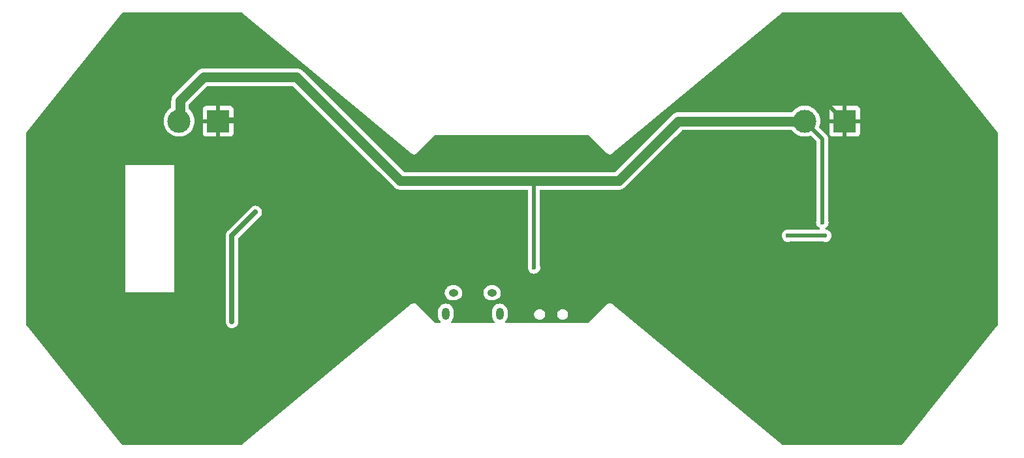
<source format=gbl>
G04 #@! TF.GenerationSoftware,KiCad,Pcbnew,7.0.2-0*
G04 #@! TF.CreationDate,2023-07-29T18:05:03-04:00*
G04 #@! TF.ProjectId,glowtie,676c6f77-7469-4652-9e6b-696361645f70,rev?*
G04 #@! TF.SameCoordinates,Original*
G04 #@! TF.FileFunction,Copper,L2,Bot*
G04 #@! TF.FilePolarity,Positive*
%FSLAX46Y46*%
G04 Gerber Fmt 4.6, Leading zero omitted, Abs format (unit mm)*
G04 Created by KiCad (PCBNEW 7.0.2-0) date 2023-07-29 18:05:03*
%MOMM*%
%LPD*%
G01*
G04 APERTURE LIST*
G04 #@! TA.AperFunction,SMDPad,CuDef*
%ADD10C,3.000000*%
G04 #@! TD*
G04 #@! TA.AperFunction,SMDPad,CuDef*
%ADD11R,3.000000X3.000000*%
G04 #@! TD*
G04 #@! TA.AperFunction,ComponentPad*
%ADD12O,1.000000X1.550000*%
G04 #@! TD*
G04 #@! TA.AperFunction,ComponentPad*
%ADD13O,1.250000X0.950000*%
G04 #@! TD*
G04 #@! TA.AperFunction,ViaPad*
%ADD14C,0.600000*%
G04 #@! TD*
G04 #@! TA.AperFunction,Conductor*
%ADD15C,0.508000*%
G04 #@! TD*
G04 #@! TA.AperFunction,Conductor*
%ADD16C,1.270000*%
G04 #@! TD*
G04 #@! TA.AperFunction,Conductor*
%ADD17C,0.635000*%
G04 #@! TD*
G04 APERTURE END LIST*
D10*
X114173000Y-27305000D03*
X33020000Y-27305000D03*
D11*
X119380000Y-27305000D03*
X38100000Y-27305000D03*
D12*
X67620000Y-52277000D03*
D13*
X68620000Y-49577000D03*
X73620000Y-49577000D03*
D12*
X74620000Y-52277000D03*
D14*
X55250000Y-37250000D03*
X56500000Y-38750000D03*
X21500000Y-45000000D03*
X26750000Y-15500000D03*
X30750000Y-14750000D03*
X47250000Y-19500000D03*
X50000000Y-26250000D03*
X97750000Y-30250000D03*
X98750000Y-29500000D03*
X101000000Y-25500000D03*
X100250000Y-24500000D03*
X116750000Y-14750000D03*
X120750000Y-14750000D03*
X120000000Y-24000000D03*
X122750000Y-26500000D03*
X137000000Y-32000000D03*
X137000000Y-27750000D03*
X138250000Y-45750000D03*
X137000000Y-49750000D03*
X125750000Y-67250000D03*
X121750000Y-67500000D03*
X104250000Y-60750000D03*
X101250000Y-58500000D03*
X60000000Y-46500000D03*
X58500000Y-48250000D03*
X55250000Y-55500000D03*
X52250000Y-57750000D03*
X35500000Y-67750000D03*
X31750000Y-67750000D03*
X15500000Y-54500000D03*
X15000000Y-50750000D03*
X15000000Y-37000000D03*
X15000000Y-33000000D03*
X50250000Y-30250000D03*
X50500000Y-34000000D03*
X50500000Y-32750000D03*
X111500000Y-45000000D03*
X110000000Y-47000000D03*
X118250000Y-48750000D03*
X118250000Y-45250000D03*
X112500000Y-43750000D03*
X75750000Y-39000000D03*
X71750000Y-51250000D03*
X71750000Y-48000000D03*
X51816000Y-32639000D03*
X115951000Y-44132500D03*
X113030000Y-20574000D03*
X71501000Y-38989000D03*
X21590000Y-42545000D03*
X44450000Y-27051000D03*
X112014000Y-40576500D03*
X58600000Y-37900000D03*
X79057500Y-46291500D03*
X116459000Y-40449500D03*
X39878000Y-53340000D03*
X42926000Y-39116000D03*
X116840000Y-42164000D03*
X112014000Y-42164000D03*
D15*
X112882500Y-44132500D02*
X115951000Y-44132500D01*
X112500000Y-43750000D02*
X112882500Y-44132500D01*
X112117500Y-44132500D02*
X112500000Y-43750000D01*
X51816000Y-32639000D02*
X46228000Y-27051000D01*
X46228000Y-27051000D02*
X44450000Y-27051000D01*
X38481000Y-27051000D02*
X38100000Y-26670000D01*
X113030000Y-20955000D02*
X119380000Y-27305000D01*
X119348250Y-27336750D02*
X119380000Y-27305000D01*
X112014000Y-40576500D02*
X110998000Y-40576500D01*
X110998000Y-40576500D02*
X110363000Y-41211500D01*
X110363000Y-41211500D02*
X110363000Y-42926000D01*
X110363000Y-42926000D02*
X111569500Y-44132500D01*
X111569500Y-44132500D02*
X112117500Y-44132500D01*
X44450000Y-27051000D02*
X38481000Y-27051000D01*
X58600000Y-37900000D02*
X64443000Y-37900000D01*
X113030000Y-20574000D02*
X113030000Y-20955000D01*
X65532000Y-38989000D02*
X71501000Y-38989000D01*
X64443000Y-37900000D02*
X65532000Y-38989000D01*
D16*
X36195000Y-21590000D02*
X48260002Y-21590000D01*
X59690001Y-33019999D02*
X48260002Y-21590000D01*
X92075000Y-33020000D02*
X96520000Y-28575000D01*
X59690001Y-33019999D02*
X59690002Y-33020000D01*
X59690001Y-33020001D02*
X61722000Y-35052000D01*
X61722000Y-35052000D02*
X79057500Y-35052000D01*
X90043000Y-35052000D02*
X92075000Y-33020000D01*
X97790000Y-27305000D02*
X114300000Y-27305000D01*
X33147000Y-24638000D02*
X33147000Y-27178000D01*
X33147000Y-27178000D02*
X33020000Y-27305000D01*
D15*
X116459000Y-29591000D02*
X114173000Y-27305000D01*
X79057500Y-46291500D02*
X79057500Y-35052000D01*
X79057500Y-35052000D02*
X79057500Y-35242500D01*
X79057500Y-35242500D02*
X79057500Y-35052000D01*
D16*
X79057500Y-35052000D02*
X86360000Y-35052000D01*
X59690001Y-33019999D02*
X59690001Y-33020001D01*
X86360000Y-35052000D02*
X90043000Y-35052000D01*
X36195000Y-21590000D02*
X33147000Y-24638000D01*
D15*
X114173000Y-27305000D02*
X114173000Y-27432000D01*
X116459000Y-40449500D02*
X116459000Y-29591000D01*
D16*
X96520000Y-28575000D02*
X97790000Y-27305000D01*
D17*
X39878000Y-53340000D02*
X39878000Y-42164000D01*
X39878000Y-42164000D02*
X42926000Y-39116000D01*
D15*
X112014000Y-42164000D02*
X116840000Y-42164000D01*
G04 #@! TA.AperFunction,Conductor*
G36*
X41117294Y-13220502D02*
G01*
X41129563Y-13229477D01*
X63158110Y-31481702D01*
X63166815Y-31489630D01*
X63196975Y-31519790D01*
X63246567Y-31546869D01*
X63251936Y-31549974D01*
X63300151Y-31579478D01*
X63300152Y-31579478D01*
X63301600Y-31580364D01*
X63321630Y-31588403D01*
X63323290Y-31588764D01*
X63323294Y-31588766D01*
X63378534Y-31600782D01*
X63384568Y-31602252D01*
X63440747Y-31617409D01*
X63462237Y-31619479D01*
X63463923Y-31619358D01*
X63463927Y-31619359D01*
X63520315Y-31615325D01*
X63526505Y-31615036D01*
X63541835Y-31614698D01*
X63584693Y-31613753D01*
X63605884Y-31609687D01*
X63607481Y-31609091D01*
X63607483Y-31609091D01*
X63660479Y-31589323D01*
X63666251Y-31587331D01*
X63720156Y-31570203D01*
X63720159Y-31570200D01*
X63721785Y-31569684D01*
X63740967Y-31559817D01*
X63742332Y-31558795D01*
X63787588Y-31524915D01*
X63792614Y-31521342D01*
X63839483Y-31489739D01*
X63866710Y-31456877D01*
X63874618Y-31448194D01*
X66210408Y-29112405D01*
X66272721Y-29078379D01*
X66299504Y-29075500D01*
X86100496Y-29075500D01*
X86168617Y-29095502D01*
X86189591Y-29112405D01*
X88525372Y-31448186D01*
X88533299Y-31456890D01*
X88560517Y-31489739D01*
X88607354Y-31521322D01*
X88607362Y-31521327D01*
X88612428Y-31524928D01*
X88659031Y-31559815D01*
X88678221Y-31569688D01*
X88679843Y-31570203D01*
X88679844Y-31570204D01*
X88733750Y-31587333D01*
X88739554Y-31589336D01*
X88792517Y-31609091D01*
X88792521Y-31609091D01*
X88794116Y-31609686D01*
X88815315Y-31613753D01*
X88853451Y-31614593D01*
X88873502Y-31615036D01*
X88879701Y-31615325D01*
X88936073Y-31619358D01*
X88936075Y-31619357D01*
X88937774Y-31619479D01*
X88959246Y-31617410D01*
X88960891Y-31616965D01*
X88960895Y-31616966D01*
X89015502Y-31602232D01*
X89021461Y-31600781D01*
X89076706Y-31588765D01*
X89076709Y-31588763D01*
X89078370Y-31588402D01*
X89098399Y-31580365D01*
X89099849Y-31579478D01*
X89148084Y-31549962D01*
X89153399Y-31546886D01*
X89203023Y-31519791D01*
X89233197Y-31489615D01*
X89241888Y-31481702D01*
X107390275Y-16444467D01*
X111270437Y-13229477D01*
X111335653Y-13201417D01*
X111350827Y-13200500D01*
X126698888Y-13200500D01*
X126767009Y-13220502D01*
X126797277Y-13247788D01*
X139066898Y-28584814D01*
X139171889Y-28716052D01*
X139198825Y-28781741D01*
X139199500Y-28794764D01*
X139199500Y-53755234D01*
X139179498Y-53823355D01*
X139171889Y-53833946D01*
X126797277Y-69302212D01*
X126739104Y-69342910D01*
X126698888Y-69349500D01*
X111350827Y-69349500D01*
X111282706Y-69329498D01*
X111270437Y-69320523D01*
X89241888Y-51068296D01*
X89233183Y-51060368D01*
X89203025Y-51030210D01*
X89153438Y-51003133D01*
X89148062Y-51000023D01*
X89115005Y-50979796D01*
X89099849Y-50970522D01*
X89099847Y-50970521D01*
X89098402Y-50969637D01*
X89078370Y-50961597D01*
X89074026Y-50960652D01*
X89021498Y-50949225D01*
X89015475Y-50947758D01*
X88959256Y-50932591D01*
X88937762Y-50930521D01*
X88879709Y-50934672D01*
X88873504Y-50934962D01*
X88815320Y-50936246D01*
X88794108Y-50940315D01*
X88739581Y-50960652D01*
X88733712Y-50962677D01*
X88678232Y-50980308D01*
X88659029Y-50990186D01*
X88612426Y-51025072D01*
X88607366Y-51028669D01*
X88560515Y-51060262D01*
X88533300Y-51093107D01*
X88525374Y-51101810D01*
X86189591Y-53437595D01*
X86127279Y-53471620D01*
X86100496Y-53474500D01*
X75433969Y-53474500D01*
X75365848Y-53454498D01*
X75319355Y-53400842D01*
X75309251Y-53330568D01*
X75336570Y-53268566D01*
X75462595Y-53115004D01*
X75462595Y-53115003D01*
X75556241Y-52939804D01*
X75613908Y-52749701D01*
X75628500Y-52601547D01*
X75628500Y-52485056D01*
X79079500Y-52485056D01*
X79120210Y-52650225D01*
X79199266Y-52800852D01*
X79312071Y-52928183D01*
X79452070Y-53024818D01*
X79611128Y-53085140D01*
X79737628Y-53100500D01*
X79741437Y-53100500D01*
X79818563Y-53100500D01*
X79822372Y-53100500D01*
X79948872Y-53085140D01*
X80107930Y-53024818D01*
X80247929Y-52928183D01*
X80360734Y-52800852D01*
X80439790Y-52650225D01*
X80480500Y-52485056D01*
X82079500Y-52485056D01*
X82120210Y-52650225D01*
X82199266Y-52800852D01*
X82312071Y-52928183D01*
X82452070Y-53024818D01*
X82611128Y-53085140D01*
X82737628Y-53100500D01*
X82741437Y-53100500D01*
X82818563Y-53100500D01*
X82822372Y-53100500D01*
X82948872Y-53085140D01*
X83107930Y-53024818D01*
X83247929Y-52928183D01*
X83360734Y-52800852D01*
X83439790Y-52650225D01*
X83480500Y-52485056D01*
X83480500Y-52314944D01*
X83439790Y-52149775D01*
X83360734Y-51999148D01*
X83247929Y-51871817D01*
X83107930Y-51775182D01*
X83107929Y-51775181D01*
X82948871Y-51714859D01*
X82826155Y-51699959D01*
X82826149Y-51699958D01*
X82822372Y-51699500D01*
X82737628Y-51699500D01*
X82733851Y-51699958D01*
X82733844Y-51699959D01*
X82611128Y-51714859D01*
X82452070Y-51775181D01*
X82312072Y-51871816D01*
X82312071Y-51871817D01*
X82199266Y-51999148D01*
X82120210Y-52149775D01*
X82079500Y-52314944D01*
X82079500Y-52485056D01*
X80480500Y-52485056D01*
X80480500Y-52314944D01*
X80439790Y-52149775D01*
X80360734Y-51999148D01*
X80247929Y-51871817D01*
X80107930Y-51775182D01*
X80107929Y-51775181D01*
X79948871Y-51714859D01*
X79826155Y-51699959D01*
X79826149Y-51699958D01*
X79822372Y-51699500D01*
X79737628Y-51699500D01*
X79733851Y-51699958D01*
X79733844Y-51699959D01*
X79611128Y-51714859D01*
X79452070Y-51775181D01*
X79312072Y-51871816D01*
X79312071Y-51871817D01*
X79199266Y-51999148D01*
X79120210Y-52149775D01*
X79079500Y-52314944D01*
X79079500Y-52485056D01*
X75628500Y-52485056D01*
X75628500Y-51952453D01*
X75613908Y-51804299D01*
X75605075Y-51775182D01*
X75556241Y-51614197D01*
X75556241Y-51614196D01*
X75462595Y-51438996D01*
X75462593Y-51438992D01*
X75336568Y-51285431D01*
X75183007Y-51159406D01*
X75007802Y-51065758D01*
X74817701Y-51008091D01*
X74620000Y-50988619D01*
X74422298Y-51008091D01*
X74232197Y-51065758D01*
X74056992Y-51159406D01*
X73903431Y-51285431D01*
X73777406Y-51438992D01*
X73683758Y-51614197D01*
X73626091Y-51804298D01*
X73611803Y-51949372D01*
X73611500Y-51952453D01*
X73611500Y-52601547D01*
X73611802Y-52604619D01*
X73611803Y-52604627D01*
X73626091Y-52749701D01*
X73683758Y-52939802D01*
X73777404Y-53115004D01*
X73903430Y-53268566D01*
X73931184Y-53333914D01*
X73919202Y-53403892D01*
X73871290Y-53456284D01*
X73806031Y-53474500D01*
X68433969Y-53474500D01*
X68365848Y-53454498D01*
X68319355Y-53400842D01*
X68309251Y-53330568D01*
X68336570Y-53268566D01*
X68462595Y-53115004D01*
X68462595Y-53115003D01*
X68556241Y-52939804D01*
X68613908Y-52749701D01*
X68628500Y-52601547D01*
X68628500Y-51952453D01*
X68613908Y-51804299D01*
X68605075Y-51775182D01*
X68556241Y-51614197D01*
X68556241Y-51614196D01*
X68462595Y-51438996D01*
X68462593Y-51438992D01*
X68336568Y-51285431D01*
X68183007Y-51159406D01*
X68007802Y-51065758D01*
X67817701Y-51008091D01*
X67620000Y-50988619D01*
X67422298Y-51008091D01*
X67232197Y-51065758D01*
X67056992Y-51159406D01*
X66903431Y-51285431D01*
X66777406Y-51438992D01*
X66683758Y-51614197D01*
X66626091Y-51804298D01*
X66611803Y-51949372D01*
X66611500Y-51952453D01*
X66611500Y-52601547D01*
X66611802Y-52604619D01*
X66611803Y-52604627D01*
X66626091Y-52749701D01*
X66683758Y-52939802D01*
X66777404Y-53115004D01*
X66903430Y-53268566D01*
X66931184Y-53333914D01*
X66919202Y-53403892D01*
X66871290Y-53456284D01*
X66806031Y-53474500D01*
X66299504Y-53474500D01*
X66231383Y-53454498D01*
X66210409Y-53437595D01*
X63874627Y-51101813D01*
X63866699Y-51093107D01*
X63839485Y-51060262D01*
X63792639Y-51028673D01*
X63787576Y-51025074D01*
X63786843Y-51024525D01*
X63742331Y-50991204D01*
X63742328Y-50991203D01*
X63740970Y-50990186D01*
X63721776Y-50980312D01*
X63720156Y-50979797D01*
X63666297Y-50962682D01*
X63660427Y-50960656D01*
X63607483Y-50940909D01*
X63607482Y-50940908D01*
X63605895Y-50940317D01*
X63584686Y-50936247D01*
X63526505Y-50934962D01*
X63520301Y-50934672D01*
X63462248Y-50930520D01*
X63440736Y-50932593D01*
X63384548Y-50947752D01*
X63378513Y-50949221D01*
X63321638Y-50961593D01*
X63301594Y-50969638D01*
X63251943Y-51000020D01*
X63246574Y-51003126D01*
X63209501Y-51023369D01*
X63196975Y-51030210D01*
X63166808Y-51060376D01*
X63158106Y-51068300D01*
X41129563Y-69320523D01*
X41064347Y-69348583D01*
X41049173Y-69349500D01*
X25701112Y-69349500D01*
X25632991Y-69329498D01*
X25602723Y-69302212D01*
X13228111Y-53833947D01*
X13201175Y-53768258D01*
X13200500Y-53755235D01*
X13200500Y-33020000D01*
X26035000Y-33020000D01*
X26035000Y-49530000D01*
X32385000Y-49530000D01*
X32385000Y-42231960D01*
X39049855Y-42231960D01*
X39052000Y-42254512D01*
X39051999Y-53381374D01*
X39052000Y-53381392D01*
X39052000Y-53384789D01*
X39052368Y-53388174D01*
X39052369Y-53388189D01*
X39066553Y-53518612D01*
X39123920Y-53688872D01*
X39216550Y-53842824D01*
X39340102Y-53973255D01*
X39340105Y-53973257D01*
X39340106Y-53973258D01*
X39488813Y-54074085D01*
X39488814Y-54074085D01*
X39488815Y-54074086D01*
X39530945Y-54090872D01*
X39655718Y-54140586D01*
X39803950Y-54164886D01*
X39833017Y-54169652D01*
X39833017Y-54169651D01*
X39833018Y-54169652D01*
X40012420Y-54159926D01*
X40185537Y-54111860D01*
X40344274Y-54027703D01*
X40481209Y-53911390D01*
X40589938Y-53768359D01*
X40665378Y-53605298D01*
X40704000Y-53429833D01*
X40704000Y-49627069D01*
X67482697Y-49627069D01*
X67512985Y-49824786D01*
X67582457Y-50012364D01*
X67688258Y-50182108D01*
X67826072Y-50327088D01*
X67990242Y-50441354D01*
X67990243Y-50441354D01*
X67990244Y-50441355D01*
X68174058Y-50520235D01*
X68369988Y-50560500D01*
X68369989Y-50560500D01*
X68816677Y-50560500D01*
X68819877Y-50560500D01*
X68968998Y-50545336D01*
X69159849Y-50485456D01*
X69334740Y-50388384D01*
X69486510Y-50258093D01*
X69608946Y-50099919D01*
X69697036Y-49920336D01*
X69747172Y-49726697D01*
X69752225Y-49627069D01*
X72482697Y-49627069D01*
X72512985Y-49824786D01*
X72582457Y-50012364D01*
X72688258Y-50182108D01*
X72826072Y-50327088D01*
X72990242Y-50441354D01*
X72990243Y-50441354D01*
X72990244Y-50441355D01*
X73174058Y-50520235D01*
X73369988Y-50560500D01*
X73369989Y-50560500D01*
X73816677Y-50560500D01*
X73819877Y-50560500D01*
X73968998Y-50545336D01*
X74159849Y-50485456D01*
X74334740Y-50388384D01*
X74486510Y-50258093D01*
X74608946Y-50099919D01*
X74697036Y-49920336D01*
X74747172Y-49726697D01*
X74757303Y-49526930D01*
X74727014Y-49329212D01*
X74657544Y-49141639D01*
X74657542Y-49141635D01*
X74551741Y-48971891D01*
X74413927Y-48826911D01*
X74249757Y-48712645D01*
X74065941Y-48633764D01*
X73910276Y-48601774D01*
X73870012Y-48593500D01*
X73420123Y-48593500D01*
X73416947Y-48593822D01*
X73416926Y-48593824D01*
X73271007Y-48608663D01*
X73271004Y-48608663D01*
X73271002Y-48608664D01*
X73180263Y-48637133D01*
X73080149Y-48668544D01*
X72905257Y-48765617D01*
X72753493Y-48895904D01*
X72753490Y-48895907D01*
X72694675Y-48971889D01*
X72631051Y-49054084D01*
X72542964Y-49233662D01*
X72492827Y-49427305D01*
X72482697Y-49627069D01*
X69752225Y-49627069D01*
X69757303Y-49526930D01*
X69727014Y-49329212D01*
X69657544Y-49141639D01*
X69657542Y-49141635D01*
X69551741Y-48971891D01*
X69413927Y-48826911D01*
X69249757Y-48712645D01*
X69065941Y-48633764D01*
X68910276Y-48601774D01*
X68870012Y-48593500D01*
X68420123Y-48593500D01*
X68416947Y-48593822D01*
X68416926Y-48593824D01*
X68271007Y-48608663D01*
X68271004Y-48608663D01*
X68271002Y-48608664D01*
X68180263Y-48637133D01*
X68080149Y-48668544D01*
X67905257Y-48765617D01*
X67753493Y-48895904D01*
X67753490Y-48895907D01*
X67694675Y-48971889D01*
X67631051Y-49054084D01*
X67542964Y-49233662D01*
X67492827Y-49427305D01*
X67482697Y-49627069D01*
X40704000Y-49627069D01*
X40704000Y-42558330D01*
X40724002Y-42490210D01*
X40740905Y-42469236D01*
X42124534Y-41085607D01*
X43541741Y-39668400D01*
X43626077Y-39563480D01*
X43705905Y-39402522D01*
X43749265Y-39228168D01*
X43754130Y-39048567D01*
X43720273Y-38872120D01*
X43649277Y-38707077D01*
X43544460Y-38561154D01*
X43410726Y-38441175D01*
X43254326Y-38352751D01*
X43254325Y-38352750D01*
X43254324Y-38352750D01*
X43082572Y-38300014D01*
X42903504Y-38285432D01*
X42725479Y-38309687D01*
X42556829Y-38371648D01*
X42405450Y-38468407D01*
X39321304Y-41552553D01*
X39313782Y-41559488D01*
X39274791Y-41592608D01*
X39228221Y-41653869D01*
X39226122Y-41656554D01*
X39177597Y-41716922D01*
X39166280Y-41735169D01*
X39133758Y-41805463D01*
X39132285Y-41808536D01*
X39097864Y-41877941D01*
X39090732Y-41898200D01*
X39074084Y-41973829D01*
X39073306Y-41977147D01*
X39054611Y-42052326D01*
X39052000Y-42073642D01*
X39052000Y-42151085D01*
X39051954Y-42154497D01*
X39049855Y-42231960D01*
X32385000Y-42231960D01*
X32385000Y-33020000D01*
X26035000Y-33020000D01*
X13200500Y-33020000D01*
X13200500Y-28794763D01*
X13220502Y-28726642D01*
X13228111Y-28716051D01*
X13338034Y-28578648D01*
X14356952Y-27305000D01*
X31006807Y-27305000D01*
X31025558Y-27579130D01*
X31026431Y-27583331D01*
X31026432Y-27583338D01*
X31064379Y-27765945D01*
X31081462Y-27848153D01*
X31082899Y-27852196D01*
X31082902Y-27852207D01*
X31172037Y-28103008D01*
X31172040Y-28103015D01*
X31173477Y-28107058D01*
X31175451Y-28110869D01*
X31175453Y-28110872D01*
X31297906Y-28347197D01*
X31297909Y-28347202D01*
X31299889Y-28351023D01*
X31458343Y-28575502D01*
X31645889Y-28776314D01*
X31859031Y-28949718D01*
X32093800Y-29092484D01*
X32345823Y-29201953D01*
X32610404Y-29276085D01*
X32882615Y-29313500D01*
X32886920Y-29313500D01*
X33153080Y-29313500D01*
X33157385Y-29313500D01*
X33429596Y-29276085D01*
X33694177Y-29201953D01*
X33946200Y-29092484D01*
X34180969Y-28949718D01*
X34394111Y-28776314D01*
X34581657Y-28575502D01*
X34740111Y-28351023D01*
X34866523Y-28107058D01*
X34958538Y-27848153D01*
X35014442Y-27579130D01*
X35015819Y-27559000D01*
X36092000Y-27559000D01*
X36092000Y-28850222D01*
X36092359Y-28856936D01*
X36098505Y-28914093D01*
X36149554Y-29050962D01*
X36237095Y-29167904D01*
X36354037Y-29255445D01*
X36490906Y-29306494D01*
X36548063Y-29312640D01*
X36554777Y-29313000D01*
X37846000Y-29313000D01*
X37846000Y-27559000D01*
X38354000Y-27559000D01*
X38354000Y-29313000D01*
X39645223Y-29313000D01*
X39651936Y-29312640D01*
X39709093Y-29306494D01*
X39845962Y-29255445D01*
X39962904Y-29167904D01*
X40050445Y-29050962D01*
X40101494Y-28914093D01*
X40107640Y-28856936D01*
X40108000Y-28850222D01*
X40108000Y-27559000D01*
X38354000Y-27559000D01*
X37846000Y-27559000D01*
X36092000Y-27559000D01*
X35015819Y-27559000D01*
X35033193Y-27305000D01*
X35015819Y-27051000D01*
X36092000Y-27051000D01*
X37846000Y-27051000D01*
X37846000Y-25297000D01*
X38354000Y-25297000D01*
X38354000Y-27051000D01*
X40108000Y-27051000D01*
X40108000Y-25759777D01*
X40107640Y-25753063D01*
X40101494Y-25695906D01*
X40050445Y-25559037D01*
X39962904Y-25442095D01*
X39845962Y-25354554D01*
X39709093Y-25303505D01*
X39651936Y-25297359D01*
X39645223Y-25297000D01*
X38354000Y-25297000D01*
X37846000Y-25297000D01*
X36554777Y-25297000D01*
X36548063Y-25297359D01*
X36490906Y-25303505D01*
X36354037Y-25354554D01*
X36237095Y-25442095D01*
X36149554Y-25559037D01*
X36098505Y-25695906D01*
X36092359Y-25753063D01*
X36092000Y-25759777D01*
X36092000Y-27051000D01*
X35015819Y-27051000D01*
X35014442Y-27030870D01*
X34958538Y-26761847D01*
X34866523Y-26502942D01*
X34740111Y-26258977D01*
X34581657Y-26034498D01*
X34394111Y-25833686D01*
X34373233Y-25816701D01*
X34336982Y-25787207D01*
X34296764Y-25728700D01*
X34290500Y-25689468D01*
X34290500Y-25163843D01*
X34310502Y-25095722D01*
X34327405Y-25074748D01*
X36631748Y-22770405D01*
X36694060Y-22736379D01*
X36720843Y-22733500D01*
X47734159Y-22733500D01*
X47802280Y-22753502D01*
X47823254Y-22770405D01*
X58819107Y-33766258D01*
X58830556Y-33779414D01*
X58841324Y-33793672D01*
X58897966Y-33845308D01*
X58902175Y-33849328D01*
X60892671Y-35839824D01*
X60896691Y-35844033D01*
X60948329Y-35900677D01*
X61007178Y-35945118D01*
X61009477Y-35946854D01*
X61014039Y-35950468D01*
X61072996Y-35999425D01*
X61072997Y-35999426D01*
X61072999Y-35999427D01*
X61088576Y-36008103D01*
X61088585Y-36008108D01*
X61103201Y-36017631D01*
X61117446Y-36028389D01*
X61186060Y-36062554D01*
X61191197Y-36065263D01*
X61258138Y-36102549D01*
X61275054Y-36108218D01*
X61291178Y-36114896D01*
X61307150Y-36122850D01*
X61380854Y-36143819D01*
X61386383Y-36145532D01*
X61459073Y-36169896D01*
X61476748Y-36172361D01*
X61493821Y-36175962D01*
X61510982Y-36180845D01*
X61587277Y-36187914D01*
X61593044Y-36188583D01*
X61668963Y-36199174D01*
X61745535Y-36195633D01*
X61751353Y-36195500D01*
X78169000Y-36195500D01*
X78237121Y-36215502D01*
X78283614Y-36269158D01*
X78295000Y-36321500D01*
X78295000Y-46001260D01*
X78287929Y-46042875D01*
X78264283Y-46110450D01*
X78243884Y-46291500D01*
X78264283Y-46472549D01*
X78324456Y-46644514D01*
X78421389Y-46798782D01*
X78550217Y-46927610D01*
X78550219Y-46927611D01*
X78704485Y-47024543D01*
X78876453Y-47084717D01*
X79057500Y-47105116D01*
X79238547Y-47084717D01*
X79410515Y-47024543D01*
X79564781Y-46927611D01*
X79693611Y-46798781D01*
X79790543Y-46644515D01*
X79850717Y-46472547D01*
X79871116Y-46291500D01*
X79850717Y-46110453D01*
X79827071Y-46042875D01*
X79820000Y-46001260D01*
X79820000Y-36321500D01*
X79840002Y-36253379D01*
X79893658Y-36206886D01*
X79946000Y-36195500D01*
X86307132Y-36195500D01*
X90013669Y-36195500D01*
X90019486Y-36195633D01*
X90096037Y-36199173D01*
X90171932Y-36188586D01*
X90177707Y-36187917D01*
X90254018Y-36180845D01*
X90271173Y-36175964D01*
X90288251Y-36172361D01*
X90297134Y-36171122D01*
X90305928Y-36169896D01*
X90378610Y-36145534D01*
X90384132Y-36143823D01*
X90457850Y-36122850D01*
X90473820Y-36114896D01*
X90489943Y-36108218D01*
X90506862Y-36102549D01*
X90573872Y-36065222D01*
X90578910Y-36062567D01*
X90647554Y-36028389D01*
X90661800Y-36017630D01*
X90676407Y-36008112D01*
X90692002Y-35999426D01*
X90750992Y-35950440D01*
X90755467Y-35946895D01*
X90816671Y-35900677D01*
X90868329Y-35844009D01*
X90872285Y-35839866D01*
X92920960Y-33791193D01*
X92920960Y-33791192D01*
X97365960Y-29346193D01*
X97365960Y-29346192D01*
X97383670Y-29328483D01*
X97383676Y-29328475D01*
X98226748Y-28485404D01*
X98289061Y-28451379D01*
X98315844Y-28448500D01*
X112456407Y-28448500D01*
X112524528Y-28468502D01*
X112559345Y-28501838D01*
X112574098Y-28522738D01*
X112611343Y-28575502D01*
X112798889Y-28776314D01*
X113012031Y-28949718D01*
X113246800Y-29092484D01*
X113498823Y-29201953D01*
X113763404Y-29276085D01*
X114035615Y-29313500D01*
X114039920Y-29313500D01*
X114306080Y-29313500D01*
X114310385Y-29313500D01*
X114582596Y-29276085D01*
X114847177Y-29201953D01*
X114869217Y-29192379D01*
X114939663Y-29183583D01*
X115003684Y-29214271D01*
X115008512Y-29218851D01*
X115659594Y-29869933D01*
X115693620Y-29932245D01*
X115696499Y-29959028D01*
X115696499Y-40159260D01*
X115689429Y-40200873D01*
X115665783Y-40268451D01*
X115645384Y-40449500D01*
X115665783Y-40630549D01*
X115725956Y-40802514D01*
X115822889Y-40956782D01*
X115951717Y-41085610D01*
X116084134Y-41168813D01*
X116131172Y-41221991D01*
X116141992Y-41292159D01*
X116113159Y-41357037D01*
X116053828Y-41396028D01*
X116017098Y-41401500D01*
X112304238Y-41401500D01*
X112262624Y-41394429D01*
X112195047Y-41370783D01*
X112014000Y-41350384D01*
X112013999Y-41350384D01*
X111832950Y-41370783D01*
X111660985Y-41430956D01*
X111506717Y-41527889D01*
X111377889Y-41656717D01*
X111280956Y-41810985D01*
X111220783Y-41982950D01*
X111200384Y-42164000D01*
X111220783Y-42345049D01*
X111280956Y-42517014D01*
X111377889Y-42671282D01*
X111506717Y-42800110D01*
X111660985Y-42897043D01*
X111745168Y-42926500D01*
X111832953Y-42957217D01*
X112014000Y-42977616D01*
X112195047Y-42957217D01*
X112262624Y-42933570D01*
X112304238Y-42926500D01*
X116549762Y-42926500D01*
X116591375Y-42933570D01*
X116658953Y-42957217D01*
X116840000Y-42977616D01*
X117021047Y-42957217D01*
X117193015Y-42897043D01*
X117347281Y-42800111D01*
X117476111Y-42671281D01*
X117573043Y-42517015D01*
X117633217Y-42345047D01*
X117653616Y-42164000D01*
X117633217Y-41982953D01*
X117573043Y-41810985D01*
X117476111Y-41656719D01*
X117476110Y-41656717D01*
X117347282Y-41527889D01*
X117193014Y-41430956D01*
X117021049Y-41370783D01*
X116997029Y-41368076D01*
X116947589Y-41362506D01*
X116882138Y-41335003D01*
X116841945Y-41276480D01*
X116839772Y-41205516D01*
X116876311Y-41144644D01*
X116894652Y-41130618D01*
X116966281Y-41085611D01*
X117095111Y-40956781D01*
X117192043Y-40802515D01*
X117252217Y-40630547D01*
X117272616Y-40449500D01*
X117252217Y-40268453D01*
X117228571Y-40200875D01*
X117221500Y-40159260D01*
X117221500Y-29655727D01*
X117222830Y-29637467D01*
X117223076Y-29635782D01*
X117226366Y-29613327D01*
X117221978Y-29563190D01*
X117221499Y-29552195D01*
X117221500Y-29546588D01*
X117217831Y-29515201D01*
X117217476Y-29511732D01*
X117210830Y-29435760D01*
X117210828Y-29435756D01*
X117210716Y-29434468D01*
X117206437Y-29415166D01*
X117205998Y-29413960D01*
X117205998Y-29413958D01*
X117186794Y-29361197D01*
X117179933Y-29342345D01*
X117178729Y-29338882D01*
X117175278Y-29328468D01*
X117154765Y-29266559D01*
X117154763Y-29266556D01*
X117154361Y-29265342D01*
X117145744Y-29247542D01*
X117145035Y-29246464D01*
X117145034Y-29246461D01*
X117103137Y-29182760D01*
X117101233Y-29179771D01*
X117061188Y-29114850D01*
X117061187Y-29114849D01*
X117060510Y-29113751D01*
X117048017Y-29098417D01*
X116991640Y-29045227D01*
X116989012Y-29042674D01*
X116084690Y-28138352D01*
X116050664Y-28076040D01*
X116055061Y-28007061D01*
X116110094Y-27852215D01*
X116111538Y-27848153D01*
X116167442Y-27579130D01*
X116168819Y-27559000D01*
X117372000Y-27559000D01*
X117372000Y-28850222D01*
X117372359Y-28856936D01*
X117378505Y-28914093D01*
X117429554Y-29050962D01*
X117517095Y-29167904D01*
X117634037Y-29255445D01*
X117770906Y-29306494D01*
X117828063Y-29312640D01*
X117834777Y-29313000D01*
X119126000Y-29313000D01*
X119126000Y-27559000D01*
X119634000Y-27559000D01*
X119634000Y-29313000D01*
X120925223Y-29313000D01*
X120931936Y-29312640D01*
X120989093Y-29306494D01*
X121125962Y-29255445D01*
X121242904Y-29167904D01*
X121330445Y-29050962D01*
X121381494Y-28914093D01*
X121387640Y-28856936D01*
X121388000Y-28850222D01*
X121388000Y-27559000D01*
X119634000Y-27559000D01*
X119126000Y-27559000D01*
X117372000Y-27559000D01*
X116168819Y-27559000D01*
X116186193Y-27305000D01*
X116168819Y-27051000D01*
X117372000Y-27051000D01*
X119126000Y-27051000D01*
X119126000Y-25297000D01*
X119634000Y-25297000D01*
X119634000Y-27051000D01*
X121388000Y-27051000D01*
X121388000Y-25759777D01*
X121387640Y-25753063D01*
X121381494Y-25695906D01*
X121330445Y-25559037D01*
X121242904Y-25442095D01*
X121125962Y-25354554D01*
X120989093Y-25303505D01*
X120931936Y-25297359D01*
X120925223Y-25297000D01*
X119634000Y-25297000D01*
X119126000Y-25297000D01*
X117834777Y-25297000D01*
X117828063Y-25297359D01*
X117770906Y-25303505D01*
X117634037Y-25354554D01*
X117517095Y-25442095D01*
X117429554Y-25559037D01*
X117378505Y-25695906D01*
X117372359Y-25753063D01*
X117372000Y-25759777D01*
X117372000Y-27051000D01*
X116168819Y-27051000D01*
X116167442Y-27030870D01*
X116111538Y-26761847D01*
X116019523Y-26502942D01*
X115893111Y-26258977D01*
X115734657Y-26034498D01*
X115547111Y-25833686D01*
X115377757Y-25695906D01*
X115337304Y-25662995D01*
X115337301Y-25662993D01*
X115333969Y-25660282D01*
X115099200Y-25517516D01*
X115095259Y-25515804D01*
X115095253Y-25515801D01*
X114851112Y-25409756D01*
X114851109Y-25409755D01*
X114847177Y-25408047D01*
X114843052Y-25406891D01*
X114843043Y-25406888D01*
X114586742Y-25335076D01*
X114586732Y-25335074D01*
X114582596Y-25333915D01*
X114578335Y-25333329D01*
X114578324Y-25333327D01*
X114314653Y-25297086D01*
X114314643Y-25297085D01*
X114310385Y-25296500D01*
X114035615Y-25296500D01*
X114031357Y-25297085D01*
X114031346Y-25297086D01*
X113767675Y-25333327D01*
X113767661Y-25333329D01*
X113763404Y-25333915D01*
X113759269Y-25335073D01*
X113759257Y-25335076D01*
X113502956Y-25406888D01*
X113502942Y-25406892D01*
X113498823Y-25408047D01*
X113494895Y-25409753D01*
X113494887Y-25409756D01*
X113250746Y-25515801D01*
X113250733Y-25515807D01*
X113246800Y-25517516D01*
X113243129Y-25519748D01*
X113243122Y-25519752D01*
X113015704Y-25658048D01*
X113015699Y-25658050D01*
X113012031Y-25660282D01*
X113008704Y-25662988D01*
X113008695Y-25662995D01*
X112802225Y-25830971D01*
X112802217Y-25830978D01*
X112798889Y-25833686D01*
X112795957Y-25836824D01*
X112795952Y-25836830D01*
X112614281Y-26031351D01*
X112614273Y-26031360D01*
X112611343Y-26034498D01*
X112608865Y-26038007D01*
X112608858Y-26038017D01*
X112559345Y-26108162D01*
X112503720Y-26152280D01*
X112456407Y-26161500D01*
X97819331Y-26161500D01*
X97813513Y-26161366D01*
X97736963Y-26157827D01*
X97736962Y-26157827D01*
X97736960Y-26157827D01*
X97661057Y-26168414D01*
X97655278Y-26169084D01*
X97578983Y-26176154D01*
X97561810Y-26181040D01*
X97544747Y-26184639D01*
X97527072Y-26187105D01*
X97454407Y-26211458D01*
X97448852Y-26213178D01*
X97375148Y-26234149D01*
X97359175Y-26242103D01*
X97343064Y-26248777D01*
X97326140Y-26254450D01*
X97259212Y-26291728D01*
X97254066Y-26294441D01*
X97185442Y-26328612D01*
X97171199Y-26339368D01*
X97156591Y-26348887D01*
X97140998Y-26357573D01*
X97082033Y-26406535D01*
X97077475Y-26410146D01*
X97016325Y-26456326D01*
X96964691Y-26512964D01*
X96960673Y-26517172D01*
X95711909Y-27765934D01*
X95711901Y-27765945D01*
X91286084Y-32191761D01*
X91286082Y-32191764D01*
X89606252Y-33871595D01*
X89543940Y-33905620D01*
X89517157Y-33908500D01*
X62247843Y-33908500D01*
X62179722Y-33888498D01*
X62158748Y-33871595D01*
X60560893Y-32273740D01*
X60549440Y-32260580D01*
X60538678Y-32246328D01*
X60482036Y-32194692D01*
X60477827Y-32190672D01*
X49089329Y-20802174D01*
X49085309Y-20797964D01*
X49033675Y-20741323D01*
X48972501Y-20695127D01*
X48967966Y-20691535D01*
X48909004Y-20642574D01*
X48893410Y-20633887D01*
X48878806Y-20624371D01*
X48864556Y-20613611D01*
X48864553Y-20613609D01*
X48864550Y-20613607D01*
X48795950Y-20579448D01*
X48790800Y-20576734D01*
X48723864Y-20539450D01*
X48706943Y-20533779D01*
X48690827Y-20527103D01*
X48674856Y-20519151D01*
X48601157Y-20498182D01*
X48595597Y-20496460D01*
X48522928Y-20472103D01*
X48505248Y-20469637D01*
X48488182Y-20466037D01*
X48471020Y-20461154D01*
X48394725Y-20454084D01*
X48388946Y-20453414D01*
X48313040Y-20442827D01*
X48313039Y-20442827D01*
X48236488Y-20446366D01*
X48230671Y-20446500D01*
X36224331Y-20446500D01*
X36218513Y-20446366D01*
X36141963Y-20442827D01*
X36141962Y-20442827D01*
X36141961Y-20442827D01*
X36066057Y-20453414D01*
X36060278Y-20454084D01*
X35983979Y-20461155D01*
X35966817Y-20466037D01*
X35949759Y-20469636D01*
X35932070Y-20472104D01*
X35859408Y-20496458D01*
X35853850Y-20498180D01*
X35780144Y-20519151D01*
X35764172Y-20527104D01*
X35748067Y-20533775D01*
X35731143Y-20539448D01*
X35731137Y-20539451D01*
X35731138Y-20539451D01*
X35664181Y-20576745D01*
X35659043Y-20579453D01*
X35590444Y-20613611D01*
X35576194Y-20624371D01*
X35561590Y-20633887D01*
X35546000Y-20642571D01*
X35487034Y-20691535D01*
X35482475Y-20695146D01*
X35421325Y-20741326D01*
X35369691Y-20797964D01*
X35365673Y-20802172D01*
X32359172Y-23808673D01*
X32354964Y-23812691D01*
X32298326Y-23864325D01*
X32252146Y-23925475D01*
X32248535Y-23930034D01*
X32199571Y-23989000D01*
X32190887Y-24004590D01*
X32181371Y-24019194D01*
X32170611Y-24033444D01*
X32136453Y-24102043D01*
X32133740Y-24107192D01*
X32096448Y-24174143D01*
X32090775Y-24191067D01*
X32084104Y-24207172D01*
X32076151Y-24223144D01*
X32055180Y-24296850D01*
X32053458Y-24302408D01*
X32029104Y-24375070D01*
X32026636Y-24392759D01*
X32023037Y-24409817D01*
X32018155Y-24426979D01*
X32011084Y-24503278D01*
X32010414Y-24509057D01*
X31999827Y-24584961D01*
X32003366Y-24661511D01*
X32003500Y-24667330D01*
X32003500Y-25501581D01*
X31983498Y-25569702D01*
X31942968Y-25609237D01*
X31862714Y-25658040D01*
X31862690Y-25658056D01*
X31859031Y-25660282D01*
X31855704Y-25662988D01*
X31855695Y-25662995D01*
X31649225Y-25830971D01*
X31649217Y-25830978D01*
X31645889Y-25833686D01*
X31642957Y-25836824D01*
X31642952Y-25836830D01*
X31461282Y-26031350D01*
X31461274Y-26031358D01*
X31458343Y-26034498D01*
X31455863Y-26038010D01*
X31455860Y-26038015D01*
X31302375Y-26255454D01*
X31302370Y-26255462D01*
X31299889Y-26258977D01*
X31297913Y-26262790D01*
X31297906Y-26262802D01*
X31175453Y-26499127D01*
X31175449Y-26499136D01*
X31173477Y-26502942D01*
X31172042Y-26506978D01*
X31172037Y-26506991D01*
X31082902Y-26757792D01*
X31082897Y-26757807D01*
X31081462Y-26761847D01*
X31080587Y-26766054D01*
X31080587Y-26766057D01*
X31026432Y-27026661D01*
X31026430Y-27026670D01*
X31025558Y-27030870D01*
X31006807Y-27305000D01*
X14356952Y-27305000D01*
X25602722Y-13247788D01*
X25660896Y-13207090D01*
X25701112Y-13200500D01*
X41049173Y-13200500D01*
X41117294Y-13220502D01*
G37*
G04 #@! TD.AperFunction*
M02*

</source>
